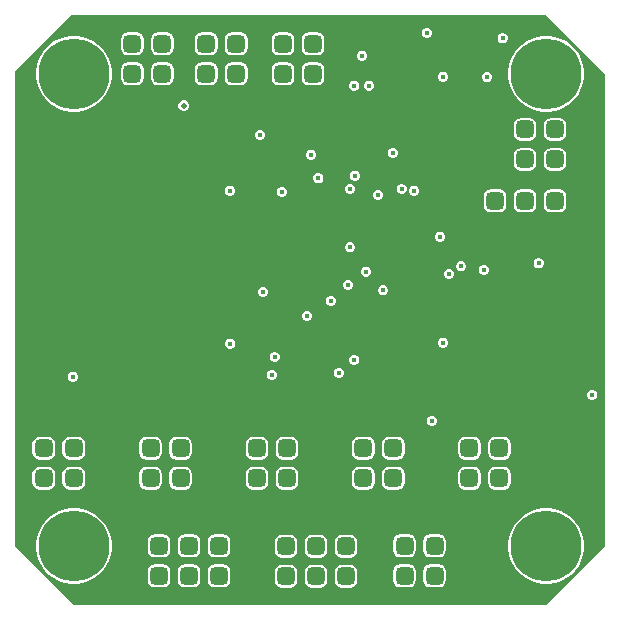
<source format=gbr>
%TF.GenerationSoftware,Altium Limited,Altium Designer,21.5.1 (32)*%
G04 Layer_Physical_Order=3*
G04 Layer_Color=16440176*
%FSLAX45Y45*%
%MOMM*%
%TF.SameCoordinates,06A15EC1-A366-40CD-93CB-9F33A424241D*%
%TF.FilePolarity,Positive*%
%TF.FileFunction,Copper,L3,Inr,Signal*%
%TF.Part,Single*%
G01*
G75*
%TA.AperFunction,ComponentPad*%
G04:AMPARAMS|DCode=42|XSize=1.5mm|YSize=1.5mm|CornerRadius=0.375mm|HoleSize=0mm|Usage=FLASHONLY|Rotation=180.000|XOffset=0mm|YOffset=0mm|HoleType=Round|Shape=RoundedRectangle|*
%AMROUNDEDRECTD42*
21,1,1.50000,0.75000,0,0,180.0*
21,1,0.75000,1.50000,0,0,180.0*
1,1,0.75000,-0.37500,0.37500*
1,1,0.75000,0.37500,0.37500*
1,1,0.75000,0.37500,-0.37500*
1,1,0.75000,-0.37500,-0.37500*
%
%ADD42ROUNDEDRECTD42*%
G04:AMPARAMS|DCode=43|XSize=1.5mm|YSize=1.5mm|CornerRadius=0.375mm|HoleSize=0mm|Usage=FLASHONLY|Rotation=270.000|XOffset=0mm|YOffset=0mm|HoleType=Round|Shape=RoundedRectangle|*
%AMROUNDEDRECTD43*
21,1,1.50000,0.75000,0,0,270.0*
21,1,0.75000,1.50000,0,0,270.0*
1,1,0.75000,-0.37500,-0.37500*
1,1,0.75000,-0.37500,0.37500*
1,1,0.75000,0.37500,0.37500*
1,1,0.75000,0.37500,-0.37500*
%
%ADD43ROUNDEDRECTD43*%
%TA.AperFunction,ViaPad*%
%ADD44C,6.00000*%
%ADD45C,0.45000*%
%ADD46C,0.50000*%
%ADD47C,0.60000*%
G36*
X7100000Y5550000D02*
Y1550000D01*
X6600000Y1050000D01*
X2600000D01*
X2100000Y1550000D01*
Y5575000D01*
X2575000Y6050000D01*
X6600000D01*
X7100000Y5550000D01*
D02*
G37*
%LPC*%
G36*
X5596454Y5935300D02*
X5579546D01*
X5563926Y5928830D01*
X5551970Y5916874D01*
X5545500Y5901254D01*
Y5884346D01*
X5551970Y5868726D01*
X5563926Y5856770D01*
X5579546Y5850300D01*
X5596454D01*
X5612074Y5856770D01*
X5624030Y5868726D01*
X5630500Y5884346D01*
Y5901254D01*
X5624030Y5916874D01*
X5612074Y5928830D01*
X5596454Y5935300D01*
D02*
G37*
G36*
X6238454Y5892500D02*
X6221546D01*
X6205926Y5886030D01*
X6193970Y5874074D01*
X6187500Y5858454D01*
Y5841546D01*
X6193970Y5825926D01*
X6205926Y5813970D01*
X6221546Y5807500D01*
X6238454D01*
X6254074Y5813970D01*
X6266030Y5825926D01*
X6272500Y5841546D01*
Y5858454D01*
X6266030Y5874074D01*
X6254074Y5886030D01*
X6238454Y5892500D01*
D02*
G37*
G36*
X4662500Y5900126D02*
X4587500D01*
X4565065Y5895664D01*
X4546045Y5882955D01*
X4533336Y5863935D01*
X4528874Y5841500D01*
Y5766500D01*
X4533336Y5744065D01*
X4546045Y5725045D01*
X4565065Y5712337D01*
X4587500Y5707874D01*
X4662500D01*
X4684935Y5712337D01*
X4703955Y5725045D01*
X4716663Y5744065D01*
X4721126Y5766500D01*
Y5841500D01*
X4716663Y5863935D01*
X4703955Y5882955D01*
X4684935Y5895664D01*
X4662500Y5900126D01*
D02*
G37*
G36*
X4408500D02*
X4333500D01*
X4311065Y5895664D01*
X4292045Y5882955D01*
X4279336Y5863935D01*
X4274874Y5841500D01*
Y5766500D01*
X4279336Y5744065D01*
X4292045Y5725045D01*
X4311065Y5712337D01*
X4333500Y5707874D01*
X4408500D01*
X4430935Y5712337D01*
X4449955Y5725045D01*
X4462663Y5744065D01*
X4467126Y5766500D01*
Y5841500D01*
X4462663Y5863935D01*
X4449955Y5882955D01*
X4430935Y5895664D01*
X4408500Y5900126D01*
D02*
G37*
G36*
X4012500D02*
X3937500D01*
X3915065Y5895664D01*
X3896045Y5882955D01*
X3883336Y5863935D01*
X3878874Y5841500D01*
Y5766500D01*
X3883336Y5744065D01*
X3896045Y5725045D01*
X3915065Y5712337D01*
X3937500Y5707874D01*
X4012500D01*
X4034935Y5712337D01*
X4053955Y5725045D01*
X4066663Y5744065D01*
X4071126Y5766500D01*
Y5841500D01*
X4066663Y5863935D01*
X4053955Y5882955D01*
X4034935Y5895664D01*
X4012500Y5900126D01*
D02*
G37*
G36*
X3758500D02*
X3683500D01*
X3661065Y5895664D01*
X3642045Y5882955D01*
X3629336Y5863935D01*
X3624874Y5841500D01*
Y5766500D01*
X3629336Y5744065D01*
X3642045Y5725045D01*
X3661065Y5712337D01*
X3683500Y5707874D01*
X3758500D01*
X3780935Y5712337D01*
X3799955Y5725045D01*
X3812663Y5744065D01*
X3817126Y5766500D01*
Y5841500D01*
X3812663Y5863935D01*
X3799955Y5882955D01*
X3780935Y5895664D01*
X3758500Y5900126D01*
D02*
G37*
G36*
X3387500D02*
X3312500D01*
X3290065Y5895664D01*
X3271045Y5882955D01*
X3258336Y5863935D01*
X3253874Y5841500D01*
Y5766500D01*
X3258336Y5744065D01*
X3271045Y5725045D01*
X3290065Y5712337D01*
X3312500Y5707874D01*
X3387500D01*
X3409935Y5712337D01*
X3428955Y5725045D01*
X3441663Y5744065D01*
X3446126Y5766500D01*
Y5841500D01*
X3441663Y5863935D01*
X3428955Y5882955D01*
X3409935Y5895664D01*
X3387500Y5900126D01*
D02*
G37*
G36*
X3133500D02*
X3058500D01*
X3036065Y5895664D01*
X3017045Y5882955D01*
X3004336Y5863935D01*
X2999874Y5841500D01*
Y5766500D01*
X3004336Y5744065D01*
X3017045Y5725045D01*
X3036065Y5712337D01*
X3058500Y5707874D01*
X3133500D01*
X3155935Y5712337D01*
X3174955Y5725045D01*
X3187663Y5744065D01*
X3192126Y5766500D01*
Y5841500D01*
X3187663Y5863935D01*
X3174955Y5882955D01*
X3155935Y5895664D01*
X3133500Y5900126D01*
D02*
G37*
G36*
X5050354Y5744800D02*
X5033446D01*
X5017826Y5738330D01*
X5005870Y5726374D01*
X4999400Y5710754D01*
Y5693846D01*
X5005870Y5678226D01*
X5017826Y5666270D01*
X5033446Y5659800D01*
X5050354D01*
X5065974Y5666270D01*
X5077930Y5678226D01*
X5084400Y5693846D01*
Y5710754D01*
X5077930Y5726374D01*
X5065974Y5738330D01*
X5050354Y5744800D01*
D02*
G37*
G36*
X5733454Y5567500D02*
X5716546D01*
X5700926Y5561030D01*
X5688970Y5549074D01*
X5682500Y5533454D01*
Y5516546D01*
X5688970Y5500926D01*
X5700926Y5488970D01*
X5716546Y5482500D01*
X5733454D01*
X5749074Y5488970D01*
X5761030Y5500926D01*
X5767500Y5516546D01*
Y5533454D01*
X5761030Y5549074D01*
X5749074Y5561030D01*
X5733454Y5567500D01*
D02*
G37*
G36*
X6108454Y5562500D02*
X6091546D01*
X6075926Y5556030D01*
X6063970Y5544074D01*
X6057500Y5528454D01*
Y5511546D01*
X6063970Y5495926D01*
X6075926Y5483970D01*
X6091546Y5477500D01*
X6108454D01*
X6124074Y5483970D01*
X6136030Y5495926D01*
X6142500Y5511546D01*
Y5528454D01*
X6136030Y5544074D01*
X6124074Y5556030D01*
X6108454Y5562500D01*
D02*
G37*
G36*
X4662500Y5646126D02*
X4587500D01*
X4565065Y5641664D01*
X4546045Y5628955D01*
X4533336Y5609935D01*
X4528874Y5587500D01*
Y5512500D01*
X4533336Y5490065D01*
X4546045Y5471045D01*
X4565065Y5458337D01*
X4587500Y5453874D01*
X4662500D01*
X4684935Y5458337D01*
X4703955Y5471045D01*
X4716663Y5490065D01*
X4721126Y5512500D01*
Y5587500D01*
X4716663Y5609935D01*
X4703955Y5628955D01*
X4684935Y5641664D01*
X4662500Y5646126D01*
D02*
G37*
G36*
X4408500D02*
X4333500D01*
X4311065Y5641664D01*
X4292045Y5628955D01*
X4279336Y5609935D01*
X4274874Y5587500D01*
Y5512500D01*
X4279336Y5490065D01*
X4292045Y5471045D01*
X4311065Y5458337D01*
X4333500Y5453874D01*
X4408500D01*
X4430935Y5458337D01*
X4449955Y5471045D01*
X4462663Y5490065D01*
X4467126Y5512500D01*
Y5587500D01*
X4462663Y5609935D01*
X4449955Y5628955D01*
X4430935Y5641664D01*
X4408500Y5646126D01*
D02*
G37*
G36*
X4012500D02*
X3937500D01*
X3915065Y5641664D01*
X3896045Y5628955D01*
X3883336Y5609935D01*
X3878874Y5587500D01*
Y5512500D01*
X3883336Y5490065D01*
X3896045Y5471045D01*
X3915065Y5458337D01*
X3937500Y5453874D01*
X4012500D01*
X4034935Y5458337D01*
X4053955Y5471045D01*
X4066663Y5490065D01*
X4071126Y5512500D01*
Y5587500D01*
X4066663Y5609935D01*
X4053955Y5628955D01*
X4034935Y5641664D01*
X4012500Y5646126D01*
D02*
G37*
G36*
X3758500D02*
X3683500D01*
X3661065Y5641664D01*
X3642045Y5628955D01*
X3629336Y5609935D01*
X3624874Y5587500D01*
Y5512500D01*
X3629336Y5490065D01*
X3642045Y5471045D01*
X3661065Y5458337D01*
X3683500Y5453874D01*
X3758500D01*
X3780935Y5458337D01*
X3799955Y5471045D01*
X3812663Y5490065D01*
X3817126Y5512500D01*
Y5587500D01*
X3812663Y5609935D01*
X3799955Y5628955D01*
X3780935Y5641664D01*
X3758500Y5646126D01*
D02*
G37*
G36*
X3387500D02*
X3312500D01*
X3290065Y5641664D01*
X3271045Y5628955D01*
X3258336Y5609935D01*
X3253874Y5587500D01*
Y5512500D01*
X3258336Y5490065D01*
X3271045Y5471045D01*
X3290065Y5458337D01*
X3312500Y5453874D01*
X3387500D01*
X3409935Y5458337D01*
X3428955Y5471045D01*
X3441663Y5490065D01*
X3446126Y5512500D01*
Y5587500D01*
X3441663Y5609935D01*
X3428955Y5628955D01*
X3409935Y5641664D01*
X3387500Y5646126D01*
D02*
G37*
G36*
X3133500D02*
X3058500D01*
X3036065Y5641664D01*
X3017045Y5628955D01*
X3004336Y5609935D01*
X2999874Y5587500D01*
Y5512500D01*
X3004336Y5490065D01*
X3017045Y5471045D01*
X3036065Y5458337D01*
X3058500Y5453874D01*
X3133500D01*
X3155935Y5458337D01*
X3174955Y5471045D01*
X3187663Y5490065D01*
X3192126Y5512500D01*
Y5587500D01*
X3187663Y5609935D01*
X3174955Y5628955D01*
X3155935Y5641664D01*
X3133500Y5646126D01*
D02*
G37*
G36*
X5108454Y5492500D02*
X5091546D01*
X5075926Y5486030D01*
X5063970Y5474074D01*
X5057500Y5458454D01*
Y5441546D01*
X5063970Y5425926D01*
X5075926Y5413970D01*
X5091546Y5407500D01*
X5108454D01*
X5124074Y5413970D01*
X5136030Y5425926D01*
X5142500Y5441546D01*
Y5458454D01*
X5136030Y5474074D01*
X5124074Y5486030D01*
X5108454Y5492500D01*
D02*
G37*
G36*
X4983454D02*
X4966546D01*
X4950926Y5486030D01*
X4938970Y5474074D01*
X4932500Y5458454D01*
Y5441546D01*
X4938970Y5425926D01*
X4950926Y5413970D01*
X4966546Y5407500D01*
X4983454D01*
X4999074Y5413970D01*
X5011030Y5425926D01*
X5017500Y5441546D01*
Y5458454D01*
X5011030Y5474074D01*
X4999074Y5486030D01*
X4983454Y5492500D01*
D02*
G37*
G36*
X3538951Y5325000D02*
X3521049D01*
X3504510Y5318149D01*
X3491851Y5305491D01*
X3485000Y5288951D01*
Y5271049D01*
X3491851Y5254510D01*
X3504510Y5241851D01*
X3521049Y5235000D01*
X3538951D01*
X3555490Y5241851D01*
X3568149Y5254510D01*
X3575000Y5271049D01*
Y5288951D01*
X3568149Y5305491D01*
X3555490Y5318149D01*
X3538951Y5325000D01*
D02*
G37*
G36*
X6625185Y5870000D02*
X6574815D01*
X6525066Y5862120D01*
X6477163Y5846555D01*
X6432284Y5823688D01*
X6391534Y5794082D01*
X6355918Y5758466D01*
X6326311Y5717716D01*
X6303444Y5672837D01*
X6287879Y5624933D01*
X6280000Y5575184D01*
Y5524815D01*
X6287879Y5475066D01*
X6303444Y5427162D01*
X6326311Y5382283D01*
X6355918Y5341534D01*
X6391534Y5305918D01*
X6432284Y5276311D01*
X6477163Y5253444D01*
X6525066Y5237879D01*
X6574815Y5230000D01*
X6625185D01*
X6674934Y5237879D01*
X6722837Y5253444D01*
X6767716Y5276311D01*
X6808466Y5305918D01*
X6844082Y5341534D01*
X6873689Y5382283D01*
X6896556Y5427162D01*
X6912121Y5475066D01*
X6920000Y5524815D01*
Y5575184D01*
X6912121Y5624933D01*
X6896556Y5672837D01*
X6873689Y5717716D01*
X6844082Y5758466D01*
X6808466Y5794082D01*
X6767716Y5823688D01*
X6722837Y5846555D01*
X6674934Y5862120D01*
X6625185Y5870000D01*
D02*
G37*
G36*
X2625185D02*
X2574816D01*
X2525067Y5862120D01*
X2477163Y5846555D01*
X2432284Y5823688D01*
X2391534Y5794082D01*
X2355918Y5758466D01*
X2326312Y5717716D01*
X2303444Y5672837D01*
X2287880Y5624933D01*
X2280000Y5575184D01*
Y5524815D01*
X2287880Y5475066D01*
X2303444Y5427162D01*
X2326312Y5382283D01*
X2355918Y5341534D01*
X2391534Y5305918D01*
X2432284Y5276311D01*
X2477163Y5253444D01*
X2525067Y5237879D01*
X2574816Y5230000D01*
X2625185D01*
X2674934Y5237879D01*
X2722838Y5253444D01*
X2767717Y5276311D01*
X2808466Y5305918D01*
X2844082Y5341534D01*
X2873689Y5382283D01*
X2896556Y5427162D01*
X2912121Y5475066D01*
X2920000Y5524815D01*
Y5575184D01*
X2912121Y5624933D01*
X2896556Y5672837D01*
X2873689Y5717716D01*
X2844082Y5758466D01*
X2808466Y5794082D01*
X2767717Y5823688D01*
X2722838Y5846555D01*
X2674934Y5862120D01*
X2625185Y5870000D01*
D02*
G37*
G36*
X4186754Y5071700D02*
X4169846D01*
X4154226Y5065230D01*
X4142270Y5053274D01*
X4135800Y5037654D01*
Y5020746D01*
X4142270Y5005126D01*
X4154226Y4993170D01*
X4169846Y4986700D01*
X4186754D01*
X4202374Y4993170D01*
X4214330Y5005126D01*
X4220800Y5020746D01*
Y5037654D01*
X4214330Y5053274D01*
X4202374Y5065230D01*
X4186754Y5071700D01*
D02*
G37*
G36*
X6712500Y5175126D02*
X6637500D01*
X6615065Y5170663D01*
X6596045Y5157954D01*
X6583337Y5138934D01*
X6578874Y5116499D01*
Y5041499D01*
X6583337Y5019064D01*
X6596045Y5000044D01*
X6615065Y4987336D01*
X6637500Y4982873D01*
X6712500D01*
X6734935Y4987336D01*
X6753955Y5000044D01*
X6766664Y5019064D01*
X6771126Y5041499D01*
Y5116499D01*
X6766664Y5138934D01*
X6753955Y5157954D01*
X6734935Y5170663D01*
X6712500Y5175126D01*
D02*
G37*
G36*
X6458500D02*
X6383500D01*
X6361065Y5170663D01*
X6342045Y5157954D01*
X6329337Y5138934D01*
X6324874Y5116499D01*
Y5041499D01*
X6329337Y5019064D01*
X6342045Y5000044D01*
X6361065Y4987336D01*
X6383500Y4982873D01*
X6458500D01*
X6480935Y4987336D01*
X6499955Y5000044D01*
X6512664Y5019064D01*
X6517126Y5041499D01*
Y5116499D01*
X6512664Y5138934D01*
X6499955Y5157954D01*
X6480935Y5170663D01*
X6458500Y5175126D01*
D02*
G37*
G36*
X5308454Y4922500D02*
X5291546D01*
X5275926Y4916030D01*
X5263970Y4904074D01*
X5257500Y4888454D01*
Y4871546D01*
X5263970Y4855926D01*
X5275926Y4843970D01*
X5291546Y4837500D01*
X5308454D01*
X5324074Y4843970D01*
X5336030Y4855926D01*
X5342500Y4871546D01*
Y4888454D01*
X5336030Y4904074D01*
X5324074Y4916030D01*
X5308454Y4922500D01*
D02*
G37*
G36*
X4618554Y4906600D02*
X4601646D01*
X4586026Y4900130D01*
X4574070Y4888174D01*
X4567600Y4872554D01*
Y4855646D01*
X4574070Y4840026D01*
X4586026Y4828070D01*
X4601646Y4821600D01*
X4618554D01*
X4634174Y4828070D01*
X4646130Y4840026D01*
X4652600Y4855646D01*
Y4872554D01*
X4646130Y4888174D01*
X4634174Y4900130D01*
X4618554Y4906600D01*
D02*
G37*
G36*
X6712500Y4921126D02*
X6637500D01*
X6615065Y4916663D01*
X6596045Y4903954D01*
X6583337Y4884934D01*
X6578874Y4862499D01*
Y4787499D01*
X6583337Y4765064D01*
X6596045Y4746044D01*
X6615065Y4733336D01*
X6637500Y4728873D01*
X6712500D01*
X6734935Y4733336D01*
X6753955Y4746044D01*
X6766664Y4765064D01*
X6771126Y4787499D01*
Y4862499D01*
X6766664Y4884934D01*
X6753955Y4903954D01*
X6734935Y4916663D01*
X6712500Y4921126D01*
D02*
G37*
G36*
X6458500D02*
X6383500D01*
X6361065Y4916663D01*
X6342045Y4903954D01*
X6329337Y4884934D01*
X6324874Y4862499D01*
Y4787499D01*
X6329337Y4765064D01*
X6342045Y4746044D01*
X6361065Y4733336D01*
X6383500Y4728873D01*
X6458500D01*
X6480935Y4733336D01*
X6499955Y4746044D01*
X6512664Y4765064D01*
X6517126Y4787499D01*
Y4862499D01*
X6512664Y4884934D01*
X6499955Y4903954D01*
X6480935Y4916663D01*
X6458500Y4921126D01*
D02*
G37*
G36*
X4986854Y4728800D02*
X4969946D01*
X4954326Y4722330D01*
X4942370Y4710374D01*
X4935900Y4694754D01*
Y4677846D01*
X4942370Y4662226D01*
X4954326Y4650270D01*
X4969946Y4643800D01*
X4986854D01*
X5002474Y4650270D01*
X5014430Y4662226D01*
X5020900Y4677846D01*
Y4694754D01*
X5014430Y4710374D01*
X5002474Y4722330D01*
X4986854Y4728800D01*
D02*
G37*
G36*
X4678454Y4707498D02*
X4661546D01*
X4645926Y4701028D01*
X4633970Y4689072D01*
X4627500Y4673452D01*
Y4656545D01*
X4633970Y4640924D01*
X4645926Y4628969D01*
X4661546Y4622499D01*
X4678454D01*
X4694074Y4628969D01*
X4706030Y4640924D01*
X4712500Y4656545D01*
Y4673452D01*
X4706030Y4689072D01*
X4694074Y4701028D01*
X4678454Y4707498D01*
D02*
G37*
G36*
X5383454Y4617500D02*
X5366546D01*
X5350926Y4611030D01*
X5338970Y4599074D01*
X5332500Y4583454D01*
Y4566546D01*
X5338970Y4550926D01*
X5350926Y4538970D01*
X5366546Y4532500D01*
X5383454D01*
X5399074Y4538970D01*
X5411030Y4550926D01*
X5417500Y4566546D01*
Y4583454D01*
X5411030Y4599074D01*
X5399074Y4611030D01*
X5383454Y4617500D01*
D02*
G37*
G36*
X4946355D02*
X4929448D01*
X4913827Y4611030D01*
X4901872Y4599074D01*
X4895402Y4583454D01*
Y4566546D01*
X4901872Y4550926D01*
X4913827Y4538970D01*
X4929448Y4532500D01*
X4946355D01*
X4961976Y4538970D01*
X4973931Y4550926D01*
X4980401Y4566546D01*
Y4583454D01*
X4973931Y4599074D01*
X4961976Y4611030D01*
X4946355Y4617500D01*
D02*
G37*
G36*
X5488454Y4602500D02*
X5471546D01*
X5455926Y4596030D01*
X5443970Y4584074D01*
X5437500Y4568454D01*
Y4551546D01*
X5443970Y4535926D01*
X5455926Y4523970D01*
X5471546Y4517500D01*
X5488454D01*
X5504074Y4523970D01*
X5516030Y4535926D01*
X5522500Y4551546D01*
Y4568454D01*
X5516030Y4584074D01*
X5504074Y4596030D01*
X5488454Y4602500D01*
D02*
G37*
G36*
X3928454D02*
X3911546D01*
X3895926Y4596030D01*
X3883970Y4584074D01*
X3877500Y4568454D01*
Y4551546D01*
X3883970Y4535926D01*
X3895926Y4523970D01*
X3911546Y4517500D01*
X3928454D01*
X3944074Y4523970D01*
X3956030Y4535926D01*
X3962500Y4551546D01*
Y4568454D01*
X3956030Y4584074D01*
X3944074Y4596030D01*
X3928454Y4602500D01*
D02*
G37*
G36*
X4368454Y4592500D02*
X4351546D01*
X4335926Y4586030D01*
X4323970Y4574074D01*
X4317500Y4558454D01*
Y4541546D01*
X4323970Y4525926D01*
X4335926Y4513970D01*
X4351546Y4507500D01*
X4368454D01*
X4384074Y4513970D01*
X4396030Y4525926D01*
X4402500Y4541546D01*
Y4558454D01*
X4396030Y4574074D01*
X4384074Y4586030D01*
X4368454Y4592500D01*
D02*
G37*
G36*
X5183455Y4567499D02*
X5166548D01*
X5150927Y4561028D01*
X5138972Y4549073D01*
X5132502Y4533452D01*
Y4516545D01*
X5138972Y4500925D01*
X5150927Y4488969D01*
X5166548Y4482499D01*
X5183455D01*
X5199075Y4488969D01*
X5211031Y4500925D01*
X5217501Y4516545D01*
Y4533452D01*
X5211031Y4549073D01*
X5199075Y4561028D01*
X5183455Y4567499D01*
D02*
G37*
G36*
X6712500Y4571126D02*
X6637500D01*
X6615065Y4566663D01*
X6596045Y4553955D01*
X6583337Y4534935D01*
X6578874Y4512500D01*
Y4437500D01*
X6583337Y4415065D01*
X6596045Y4396045D01*
X6615065Y4383336D01*
X6637500Y4378874D01*
X6712500D01*
X6734935Y4383336D01*
X6753955Y4396045D01*
X6766664Y4415065D01*
X6771126Y4437500D01*
Y4512500D01*
X6766664Y4534935D01*
X6753955Y4553955D01*
X6734935Y4566663D01*
X6712500Y4571126D01*
D02*
G37*
G36*
X6458500D02*
X6383500D01*
X6361065Y4566663D01*
X6342045Y4553955D01*
X6329337Y4534935D01*
X6324874Y4512500D01*
Y4437500D01*
X6329337Y4415065D01*
X6342045Y4396045D01*
X6361065Y4383336D01*
X6383500Y4378874D01*
X6458500D01*
X6480935Y4383336D01*
X6499955Y4396045D01*
X6512664Y4415065D01*
X6517126Y4437500D01*
Y4512500D01*
X6512664Y4534935D01*
X6499955Y4553955D01*
X6480935Y4566663D01*
X6458500Y4571126D01*
D02*
G37*
G36*
X6204500D02*
X6129500D01*
X6107065Y4566663D01*
X6088045Y4553955D01*
X6075337Y4534935D01*
X6070874Y4512500D01*
Y4437500D01*
X6075337Y4415065D01*
X6088045Y4396045D01*
X6107065Y4383336D01*
X6129500Y4378874D01*
X6204500D01*
X6226935Y4383336D01*
X6245955Y4396045D01*
X6258664Y4415065D01*
X6263126Y4437500D01*
Y4512500D01*
X6258664Y4534935D01*
X6245955Y4553955D01*
X6226935Y4566663D01*
X6204500Y4571126D01*
D02*
G37*
G36*
X5708454Y4212500D02*
X5691546D01*
X5675926Y4206030D01*
X5663970Y4194074D01*
X5657500Y4178454D01*
Y4161546D01*
X5663970Y4145926D01*
X5675926Y4133970D01*
X5691546Y4127500D01*
X5708454D01*
X5724074Y4133970D01*
X5736030Y4145926D01*
X5742500Y4161546D01*
Y4178454D01*
X5736030Y4194074D01*
X5724074Y4206030D01*
X5708454Y4212500D01*
D02*
G37*
G36*
X4948454Y4122500D02*
X4931546D01*
X4915926Y4116030D01*
X4903970Y4104074D01*
X4897500Y4088454D01*
Y4071546D01*
X4903970Y4055926D01*
X4915926Y4043970D01*
X4931546Y4037500D01*
X4948454D01*
X4964074Y4043970D01*
X4976030Y4055926D01*
X4982500Y4071546D01*
Y4088454D01*
X4976030Y4104074D01*
X4964074Y4116030D01*
X4948454Y4122500D01*
D02*
G37*
G36*
X6543454Y3987500D02*
X6526546D01*
X6510926Y3981030D01*
X6498970Y3969074D01*
X6492500Y3953454D01*
Y3936546D01*
X6498970Y3920926D01*
X6510926Y3908970D01*
X6526546Y3902500D01*
X6543454D01*
X6559074Y3908970D01*
X6571030Y3920926D01*
X6577500Y3936546D01*
Y3953454D01*
X6571030Y3969074D01*
X6559074Y3981030D01*
X6543454Y3987500D01*
D02*
G37*
G36*
X5886014Y3961720D02*
X5869106D01*
X5853486Y3955250D01*
X5841530Y3943294D01*
X5835060Y3927674D01*
Y3910766D01*
X5841530Y3895146D01*
X5853486Y3883190D01*
X5869106Y3876720D01*
X5886014D01*
X5901634Y3883190D01*
X5913590Y3895146D01*
X5920060Y3910766D01*
Y3927674D01*
X5913590Y3943294D01*
X5901634Y3955250D01*
X5886014Y3961720D01*
D02*
G37*
G36*
X6078454Y3932500D02*
X6061546D01*
X6045926Y3926030D01*
X6033970Y3914074D01*
X6027500Y3898454D01*
Y3881546D01*
X6033970Y3865926D01*
X6045926Y3853970D01*
X6061546Y3847500D01*
X6078454D01*
X6094074Y3853970D01*
X6106030Y3865926D01*
X6112500Y3881546D01*
Y3898454D01*
X6106030Y3914074D01*
X6094074Y3926030D01*
X6078454Y3932500D01*
D02*
G37*
G36*
X5083454Y3917500D02*
X5066546D01*
X5050926Y3911030D01*
X5038970Y3899074D01*
X5032500Y3883454D01*
Y3866546D01*
X5038970Y3850926D01*
X5050926Y3838970D01*
X5066546Y3832500D01*
X5083454D01*
X5099074Y3838970D01*
X5111030Y3850926D01*
X5117500Y3866546D01*
Y3883454D01*
X5111030Y3899074D01*
X5099074Y3911030D01*
X5083454Y3917500D01*
D02*
G37*
G36*
X5783454Y3895399D02*
X5766546D01*
X5750926Y3888929D01*
X5738970Y3876974D01*
X5732500Y3861353D01*
Y3844446D01*
X5738970Y3828825D01*
X5750926Y3816870D01*
X5766546Y3810400D01*
X5783454D01*
X5799074Y3816870D01*
X5811030Y3828825D01*
X5817500Y3844446D01*
Y3861353D01*
X5811030Y3876974D01*
X5799074Y3888929D01*
X5783454Y3895399D01*
D02*
G37*
G36*
X4928454Y3802500D02*
X4911546D01*
X4895926Y3796030D01*
X4883970Y3784074D01*
X4877500Y3768454D01*
Y3751546D01*
X4883970Y3735926D01*
X4895926Y3723970D01*
X4911546Y3717500D01*
X4928454D01*
X4944074Y3723970D01*
X4956030Y3735926D01*
X4962500Y3751546D01*
Y3768454D01*
X4956030Y3784074D01*
X4944074Y3796030D01*
X4928454Y3802500D01*
D02*
G37*
G36*
X5224322Y3758368D02*
X5207415D01*
X5191794Y3751898D01*
X5179839Y3739942D01*
X5173369Y3724322D01*
Y3707415D01*
X5179839Y3691794D01*
X5191794Y3679839D01*
X5207415Y3673369D01*
X5224322D01*
X5239943Y3679839D01*
X5251898Y3691794D01*
X5258368Y3707415D01*
Y3724322D01*
X5251898Y3739942D01*
X5239943Y3751898D01*
X5224322Y3758368D01*
D02*
G37*
G36*
X4208454Y3742500D02*
X4191546D01*
X4175926Y3736030D01*
X4163970Y3724074D01*
X4157500Y3708454D01*
Y3691546D01*
X4163970Y3675926D01*
X4175926Y3663970D01*
X4191546Y3657500D01*
X4208454D01*
X4224074Y3663970D01*
X4236030Y3675926D01*
X4242500Y3691546D01*
Y3708454D01*
X4236030Y3724074D01*
X4224074Y3736030D01*
X4208454Y3742500D01*
D02*
G37*
G36*
X4783454Y3667500D02*
X4766546D01*
X4750926Y3661030D01*
X4738970Y3649074D01*
X4732500Y3633454D01*
Y3616546D01*
X4738970Y3600926D01*
X4750926Y3588970D01*
X4766546Y3582500D01*
X4783454D01*
X4799074Y3588970D01*
X4811030Y3600926D01*
X4817500Y3616546D01*
Y3633454D01*
X4811030Y3649074D01*
X4799074Y3661030D01*
X4783454Y3667500D01*
D02*
G37*
G36*
X4583454Y3542500D02*
X4566546D01*
X4550926Y3536030D01*
X4538970Y3524074D01*
X4532500Y3508454D01*
Y3491546D01*
X4538970Y3475926D01*
X4550926Y3463970D01*
X4566546Y3457500D01*
X4583454D01*
X4599074Y3463970D01*
X4611030Y3475926D01*
X4617500Y3491546D01*
Y3508454D01*
X4611030Y3524074D01*
X4599074Y3536030D01*
X4583454Y3542500D01*
D02*
G37*
G36*
X5735554Y3315400D02*
X5718646D01*
X5703026Y3308930D01*
X5691070Y3296974D01*
X5684600Y3281354D01*
Y3264446D01*
X5691070Y3248826D01*
X5703026Y3236870D01*
X5718646Y3230400D01*
X5735554D01*
X5751174Y3236870D01*
X5763130Y3248826D01*
X5769600Y3264446D01*
Y3281354D01*
X5763130Y3296974D01*
X5751174Y3308930D01*
X5735554Y3315400D01*
D02*
G37*
G36*
X3933455Y3307501D02*
X3916548D01*
X3900927Y3301031D01*
X3888972Y3289076D01*
X3882502Y3273455D01*
Y3256548D01*
X3888972Y3240927D01*
X3900927Y3228972D01*
X3916548Y3222502D01*
X3933455D01*
X3949076Y3228972D01*
X3961031Y3240927D01*
X3967501Y3256548D01*
Y3273455D01*
X3961031Y3289076D01*
X3949076Y3301031D01*
X3933455Y3307501D01*
D02*
G37*
G36*
X4308454Y3192500D02*
X4291546D01*
X4275926Y3186030D01*
X4263970Y3174074D01*
X4257500Y3158454D01*
Y3141546D01*
X4263970Y3125926D01*
X4275926Y3113970D01*
X4291546Y3107500D01*
X4308454D01*
X4324074Y3113970D01*
X4336030Y3125926D01*
X4342500Y3141546D01*
Y3158454D01*
X4336030Y3174074D01*
X4324074Y3186030D01*
X4308454Y3192500D01*
D02*
G37*
G36*
X4983454Y3167500D02*
X4966546D01*
X4950926Y3161030D01*
X4938970Y3149074D01*
X4932500Y3133454D01*
Y3116546D01*
X4938970Y3100926D01*
X4950926Y3088970D01*
X4966546Y3082500D01*
X4983454D01*
X4999074Y3088970D01*
X5011030Y3100926D01*
X5017500Y3116546D01*
Y3133454D01*
X5011030Y3149074D01*
X4999074Y3161030D01*
X4983454Y3167500D01*
D02*
G37*
G36*
X4850739Y3056914D02*
X4833831D01*
X4818211Y3050444D01*
X4806255Y3038488D01*
X4799785Y3022868D01*
Y3005960D01*
X4806255Y2990340D01*
X4818211Y2978384D01*
X4833831Y2971914D01*
X4850739D01*
X4866359Y2978384D01*
X4878315Y2990340D01*
X4884785Y3005960D01*
Y3022868D01*
X4878315Y3038488D01*
X4866359Y3050444D01*
X4850739Y3056914D01*
D02*
G37*
G36*
X4283454Y3042500D02*
X4266546D01*
X4250926Y3036030D01*
X4238970Y3024074D01*
X4232500Y3008454D01*
Y2991546D01*
X4238970Y2975926D01*
X4250926Y2963970D01*
X4266546Y2957500D01*
X4283454D01*
X4299074Y2963970D01*
X4311030Y2975926D01*
X4317500Y2991546D01*
Y3008454D01*
X4311030Y3024074D01*
X4299074Y3036030D01*
X4283454Y3042500D01*
D02*
G37*
G36*
X2599254Y3027000D02*
X2582346D01*
X2566726Y3020530D01*
X2554770Y3008574D01*
X2548300Y2992954D01*
Y2976046D01*
X2554770Y2960426D01*
X2566726Y2948470D01*
X2582346Y2942000D01*
X2599254D01*
X2614874Y2948470D01*
X2626830Y2960426D01*
X2633300Y2976046D01*
Y2992954D01*
X2626830Y3008574D01*
X2614874Y3020530D01*
X2599254Y3027000D01*
D02*
G37*
G36*
X6998454Y2872500D02*
X6981546D01*
X6965926Y2866030D01*
X6953970Y2854074D01*
X6947500Y2838454D01*
Y2821546D01*
X6953970Y2805926D01*
X6965926Y2793970D01*
X6981546Y2787500D01*
X6998454D01*
X7014074Y2793970D01*
X7026030Y2805926D01*
X7032500Y2821546D01*
Y2838454D01*
X7026030Y2854074D01*
X7014074Y2866030D01*
X6998454Y2872500D01*
D02*
G37*
G36*
X5638454Y2652500D02*
X5621546D01*
X5605926Y2646030D01*
X5593970Y2634074D01*
X5587500Y2618454D01*
Y2601546D01*
X5593970Y2585926D01*
X5605926Y2573970D01*
X5621546Y2567500D01*
X5638454D01*
X5654074Y2573970D01*
X5666030Y2585926D01*
X5672500Y2601546D01*
Y2618454D01*
X5666030Y2634074D01*
X5654074Y2646030D01*
X5638454Y2652500D01*
D02*
G37*
G36*
X6241499Y2475126D02*
X6166499D01*
X6144064Y2470664D01*
X6125044Y2457955D01*
X6112335Y2438935D01*
X6107872Y2416500D01*
Y2341500D01*
X6112335Y2319065D01*
X6125044Y2300045D01*
X6144064Y2287337D01*
X6166499Y2282874D01*
X6241499D01*
X6263934Y2287337D01*
X6282954Y2300045D01*
X6295662Y2319065D01*
X6300125Y2341500D01*
Y2416500D01*
X6295662Y2438935D01*
X6282954Y2457955D01*
X6263934Y2470664D01*
X6241499Y2475126D01*
D02*
G37*
G36*
X5987499D02*
X5912499D01*
X5890064Y2470664D01*
X5871044Y2457955D01*
X5858335Y2438935D01*
X5853872Y2416500D01*
Y2341500D01*
X5858335Y2319065D01*
X5871044Y2300045D01*
X5890064Y2287337D01*
X5912499Y2282874D01*
X5987499D01*
X6009934Y2287337D01*
X6028954Y2300045D01*
X6041662Y2319065D01*
X6046125Y2341500D01*
Y2416500D01*
X6041662Y2438935D01*
X6028954Y2457955D01*
X6009934Y2470664D01*
X5987499Y2475126D01*
D02*
G37*
G36*
X5341499D02*
X5266499D01*
X5244064Y2470664D01*
X5225044Y2457955D01*
X5212335Y2438935D01*
X5207872Y2416500D01*
Y2341500D01*
X5212335Y2319065D01*
X5225044Y2300045D01*
X5244064Y2287337D01*
X5266499Y2282874D01*
X5341499D01*
X5363934Y2287337D01*
X5382954Y2300045D01*
X5395662Y2319065D01*
X5400125Y2341500D01*
Y2416500D01*
X5395662Y2438935D01*
X5382954Y2457955D01*
X5363934Y2470664D01*
X5341499Y2475126D01*
D02*
G37*
G36*
X5087499D02*
X5012499D01*
X4990064Y2470664D01*
X4971044Y2457955D01*
X4958335Y2438935D01*
X4953872Y2416500D01*
Y2341500D01*
X4958335Y2319065D01*
X4971044Y2300045D01*
X4990064Y2287337D01*
X5012499Y2282874D01*
X5087499D01*
X5109934Y2287337D01*
X5128954Y2300045D01*
X5141662Y2319065D01*
X5146125Y2341500D01*
Y2416500D01*
X5141662Y2438935D01*
X5128954Y2457955D01*
X5109934Y2470664D01*
X5087499Y2475126D01*
D02*
G37*
G36*
X4441499D02*
X4366499D01*
X4344064Y2470664D01*
X4325044Y2457955D01*
X4312336Y2438935D01*
X4307873Y2416500D01*
Y2341500D01*
X4312336Y2319065D01*
X4325044Y2300045D01*
X4344064Y2287337D01*
X4366499Y2282874D01*
X4441499D01*
X4463934Y2287337D01*
X4482954Y2300045D01*
X4495663Y2319065D01*
X4500125Y2341500D01*
Y2416500D01*
X4495663Y2438935D01*
X4482954Y2457955D01*
X4463934Y2470664D01*
X4441499Y2475126D01*
D02*
G37*
G36*
X4187499D02*
X4112499D01*
X4090064Y2470664D01*
X4071044Y2457955D01*
X4058336Y2438935D01*
X4053873Y2416500D01*
Y2341500D01*
X4058336Y2319065D01*
X4071044Y2300045D01*
X4090064Y2287337D01*
X4112499Y2282874D01*
X4187499D01*
X4209934Y2287337D01*
X4228954Y2300045D01*
X4241663Y2319065D01*
X4246125Y2341500D01*
Y2416500D01*
X4241663Y2438935D01*
X4228954Y2457955D01*
X4209934Y2470664D01*
X4187499Y2475126D01*
D02*
G37*
G36*
X3541499D02*
X3466500D01*
X3444064Y2470664D01*
X3425044Y2457955D01*
X3412336Y2438935D01*
X3407873Y2416500D01*
Y2341500D01*
X3412336Y2319065D01*
X3425044Y2300045D01*
X3444064Y2287337D01*
X3466500Y2282874D01*
X3541499D01*
X3563934Y2287337D01*
X3582954Y2300045D01*
X3595663Y2319065D01*
X3600126Y2341500D01*
Y2416500D01*
X3595663Y2438935D01*
X3582954Y2457955D01*
X3563934Y2470664D01*
X3541499Y2475126D01*
D02*
G37*
G36*
X3287499D02*
X3212500D01*
X3190064Y2470664D01*
X3171044Y2457955D01*
X3158336Y2438935D01*
X3153873Y2416500D01*
Y2341500D01*
X3158336Y2319065D01*
X3171044Y2300045D01*
X3190064Y2287337D01*
X3212500Y2282874D01*
X3287499D01*
X3309934Y2287337D01*
X3328954Y2300045D01*
X3341663Y2319065D01*
X3346126Y2341500D01*
Y2416500D01*
X3341663Y2438935D01*
X3328954Y2457955D01*
X3309934Y2470664D01*
X3287499Y2475126D01*
D02*
G37*
G36*
X2637500D02*
X2562500D01*
X2540065Y2470664D01*
X2521045Y2457955D01*
X2508336Y2438935D01*
X2503874Y2416500D01*
Y2341500D01*
X2508336Y2319065D01*
X2521045Y2300045D01*
X2540065Y2287337D01*
X2562500Y2282874D01*
X2637500D01*
X2659935Y2287337D01*
X2678955Y2300045D01*
X2691663Y2319065D01*
X2696126Y2341500D01*
Y2416500D01*
X2691663Y2438935D01*
X2678955Y2457955D01*
X2659935Y2470664D01*
X2637500Y2475126D01*
D02*
G37*
G36*
X2383500D02*
X2308500D01*
X2286065Y2470664D01*
X2267045Y2457955D01*
X2254336Y2438935D01*
X2249874Y2416500D01*
Y2341500D01*
X2254336Y2319065D01*
X2267045Y2300045D01*
X2286065Y2287337D01*
X2308500Y2282874D01*
X2383500D01*
X2405935Y2287337D01*
X2424955Y2300045D01*
X2437663Y2319065D01*
X2442126Y2341500D01*
Y2416500D01*
X2437663Y2438935D01*
X2424955Y2457955D01*
X2405935Y2470664D01*
X2383500Y2475126D01*
D02*
G37*
G36*
X6241499Y2221126D02*
X6166499D01*
X6144064Y2216664D01*
X6125044Y2203955D01*
X6112335Y2184935D01*
X6107872Y2162500D01*
Y2087500D01*
X6112335Y2065065D01*
X6125044Y2046045D01*
X6144064Y2033337D01*
X6166499Y2028874D01*
X6241499D01*
X6263934Y2033337D01*
X6282954Y2046045D01*
X6295662Y2065065D01*
X6300125Y2087500D01*
Y2162500D01*
X6295662Y2184935D01*
X6282954Y2203955D01*
X6263934Y2216664D01*
X6241499Y2221126D01*
D02*
G37*
G36*
X5987499D02*
X5912499D01*
X5890064Y2216664D01*
X5871044Y2203955D01*
X5858335Y2184935D01*
X5853872Y2162500D01*
Y2087500D01*
X5858335Y2065065D01*
X5871044Y2046045D01*
X5890064Y2033337D01*
X5912499Y2028874D01*
X5987499D01*
X6009934Y2033337D01*
X6028954Y2046045D01*
X6041662Y2065065D01*
X6046125Y2087500D01*
Y2162500D01*
X6041662Y2184935D01*
X6028954Y2203955D01*
X6009934Y2216664D01*
X5987499Y2221126D01*
D02*
G37*
G36*
X5341499D02*
X5266499D01*
X5244064Y2216664D01*
X5225044Y2203955D01*
X5212335Y2184935D01*
X5207872Y2162500D01*
Y2087500D01*
X5212335Y2065065D01*
X5225044Y2046045D01*
X5244064Y2033337D01*
X5266499Y2028874D01*
X5341499D01*
X5363934Y2033337D01*
X5382954Y2046045D01*
X5395662Y2065065D01*
X5400125Y2087500D01*
Y2162500D01*
X5395662Y2184935D01*
X5382954Y2203955D01*
X5363934Y2216664D01*
X5341499Y2221126D01*
D02*
G37*
G36*
X5087499D02*
X5012499D01*
X4990064Y2216664D01*
X4971044Y2203955D01*
X4958335Y2184935D01*
X4953872Y2162500D01*
Y2087500D01*
X4958335Y2065065D01*
X4971044Y2046045D01*
X4990064Y2033337D01*
X5012499Y2028874D01*
X5087499D01*
X5109934Y2033337D01*
X5128954Y2046045D01*
X5141662Y2065065D01*
X5146125Y2087500D01*
Y2162500D01*
X5141662Y2184935D01*
X5128954Y2203955D01*
X5109934Y2216664D01*
X5087499Y2221126D01*
D02*
G37*
G36*
X4441499D02*
X4366499D01*
X4344064Y2216664D01*
X4325044Y2203955D01*
X4312336Y2184935D01*
X4307873Y2162500D01*
Y2087500D01*
X4312336Y2065065D01*
X4325044Y2046045D01*
X4344064Y2033337D01*
X4366499Y2028874D01*
X4441499D01*
X4463934Y2033337D01*
X4482954Y2046045D01*
X4495663Y2065065D01*
X4500125Y2087500D01*
Y2162500D01*
X4495663Y2184935D01*
X4482954Y2203955D01*
X4463934Y2216664D01*
X4441499Y2221126D01*
D02*
G37*
G36*
X4187499D02*
X4112499D01*
X4090064Y2216664D01*
X4071044Y2203955D01*
X4058336Y2184935D01*
X4053873Y2162500D01*
Y2087500D01*
X4058336Y2065065D01*
X4071044Y2046045D01*
X4090064Y2033337D01*
X4112499Y2028874D01*
X4187499D01*
X4209934Y2033337D01*
X4228954Y2046045D01*
X4241663Y2065065D01*
X4246125Y2087500D01*
Y2162500D01*
X4241663Y2184935D01*
X4228954Y2203955D01*
X4209934Y2216664D01*
X4187499Y2221126D01*
D02*
G37*
G36*
X3541499D02*
X3466500D01*
X3444064Y2216664D01*
X3425044Y2203955D01*
X3412336Y2184935D01*
X3407873Y2162500D01*
Y2087500D01*
X3412336Y2065065D01*
X3425044Y2046045D01*
X3444064Y2033337D01*
X3466500Y2028874D01*
X3541499D01*
X3563934Y2033337D01*
X3582954Y2046045D01*
X3595663Y2065065D01*
X3600126Y2087500D01*
Y2162500D01*
X3595663Y2184935D01*
X3582954Y2203955D01*
X3563934Y2216664D01*
X3541499Y2221126D01*
D02*
G37*
G36*
X3287499D02*
X3212500D01*
X3190064Y2216664D01*
X3171044Y2203955D01*
X3158336Y2184935D01*
X3153873Y2162500D01*
Y2087500D01*
X3158336Y2065065D01*
X3171044Y2046045D01*
X3190064Y2033337D01*
X3212500Y2028874D01*
X3287499D01*
X3309934Y2033337D01*
X3328954Y2046045D01*
X3341663Y2065065D01*
X3346126Y2087500D01*
Y2162500D01*
X3341663Y2184935D01*
X3328954Y2203955D01*
X3309934Y2216664D01*
X3287499Y2221126D01*
D02*
G37*
G36*
X2637500D02*
X2562500D01*
X2540065Y2216664D01*
X2521045Y2203955D01*
X2508336Y2184935D01*
X2503874Y2162500D01*
Y2087500D01*
X2508336Y2065065D01*
X2521045Y2046045D01*
X2540065Y2033337D01*
X2562500Y2028874D01*
X2637500D01*
X2659935Y2033337D01*
X2678955Y2046045D01*
X2691663Y2065065D01*
X2696126Y2087500D01*
Y2162500D01*
X2691663Y2184935D01*
X2678955Y2203955D01*
X2659935Y2216664D01*
X2637500Y2221126D01*
D02*
G37*
G36*
X2383500D02*
X2308500D01*
X2286065Y2216664D01*
X2267045Y2203955D01*
X2254336Y2184935D01*
X2249874Y2162500D01*
Y2087500D01*
X2254336Y2065065D01*
X2267045Y2046045D01*
X2286065Y2033337D01*
X2308500Y2028874D01*
X2383500D01*
X2405935Y2033337D01*
X2424955Y2046045D01*
X2437663Y2065065D01*
X2442126Y2087500D01*
Y2162500D01*
X2437663Y2184935D01*
X2424955Y2203955D01*
X2405935Y2216664D01*
X2383500Y2221126D01*
D02*
G37*
G36*
X5691500Y1650126D02*
X5616500D01*
X5594065Y1645663D01*
X5575045Y1632955D01*
X5562337Y1613935D01*
X5557874Y1591500D01*
Y1516500D01*
X5562337Y1494065D01*
X5575045Y1475045D01*
X5594065Y1462336D01*
X5616500Y1457874D01*
X5691500D01*
X5713935Y1462336D01*
X5732955Y1475045D01*
X5745664Y1494065D01*
X5750126Y1516500D01*
Y1591500D01*
X5745664Y1613935D01*
X5732955Y1632955D01*
X5713935Y1645663D01*
X5691500Y1650126D01*
D02*
G37*
G36*
X5437500D02*
X5362500D01*
X5340065Y1645663D01*
X5321045Y1632955D01*
X5308337Y1613935D01*
X5303874Y1591500D01*
Y1516500D01*
X5308337Y1494065D01*
X5321045Y1475045D01*
X5340065Y1462336D01*
X5362500Y1457874D01*
X5437500D01*
X5459935Y1462336D01*
X5478955Y1475045D01*
X5491664Y1494065D01*
X5496126Y1516500D01*
Y1591500D01*
X5491664Y1613935D01*
X5478955Y1632955D01*
X5459935Y1645663D01*
X5437500Y1650126D01*
D02*
G37*
G36*
X3866500D02*
X3791500D01*
X3769065Y1645663D01*
X3750045Y1632955D01*
X3737336Y1613935D01*
X3732874Y1591500D01*
Y1516500D01*
X3737336Y1494065D01*
X3750045Y1475045D01*
X3769065Y1462336D01*
X3791500Y1457874D01*
X3866500D01*
X3888935Y1462336D01*
X3907955Y1475045D01*
X3920663Y1494065D01*
X3925126Y1516500D01*
Y1591500D01*
X3920663Y1613935D01*
X3907955Y1632955D01*
X3888935Y1645663D01*
X3866500Y1650126D01*
D02*
G37*
G36*
X3612500D02*
X3537500D01*
X3515065Y1645663D01*
X3496045Y1632955D01*
X3483336Y1613935D01*
X3478874Y1591500D01*
Y1516500D01*
X3483336Y1494065D01*
X3496045Y1475045D01*
X3515065Y1462336D01*
X3537500Y1457874D01*
X3612500D01*
X3634935Y1462336D01*
X3653955Y1475045D01*
X3666663Y1494065D01*
X3671126Y1516500D01*
Y1591500D01*
X3666663Y1613935D01*
X3653955Y1632955D01*
X3634935Y1645663D01*
X3612500Y1650126D01*
D02*
G37*
G36*
X3358500D02*
X3283500D01*
X3261065Y1645663D01*
X3242045Y1632955D01*
X3229336Y1613935D01*
X3224874Y1591500D01*
Y1516500D01*
X3229336Y1494065D01*
X3242045Y1475045D01*
X3261065Y1462336D01*
X3283500Y1457874D01*
X3358500D01*
X3380935Y1462336D01*
X3399955Y1475045D01*
X3412663Y1494065D01*
X3417126Y1516500D01*
Y1591500D01*
X3412663Y1613935D01*
X3399955Y1632955D01*
X3380935Y1645663D01*
X3358500Y1650126D01*
D02*
G37*
G36*
X4941500Y1646126D02*
X4866500D01*
X4844065Y1641663D01*
X4825045Y1628955D01*
X4812337Y1609935D01*
X4807874Y1587500D01*
Y1512500D01*
X4812337Y1490065D01*
X4825045Y1471045D01*
X4844065Y1458336D01*
X4866500Y1453874D01*
X4941500D01*
X4963935Y1458336D01*
X4982955Y1471045D01*
X4995664Y1490065D01*
X5000126Y1512500D01*
Y1587500D01*
X4995664Y1609935D01*
X4982955Y1628955D01*
X4963935Y1641663D01*
X4941500Y1646126D01*
D02*
G37*
G36*
X4687500D02*
X4612500D01*
X4590065Y1641663D01*
X4571045Y1628955D01*
X4558337Y1609935D01*
X4553874Y1587500D01*
Y1512500D01*
X4558337Y1490065D01*
X4571045Y1471045D01*
X4590065Y1458336D01*
X4612500Y1453874D01*
X4687500D01*
X4709935Y1458336D01*
X4728955Y1471045D01*
X4741664Y1490065D01*
X4746126Y1512500D01*
Y1587500D01*
X4741664Y1609935D01*
X4728955Y1628955D01*
X4709935Y1641663D01*
X4687500Y1646126D01*
D02*
G37*
G36*
X4433500D02*
X4358500D01*
X4336065Y1641663D01*
X4317045Y1628955D01*
X4304337Y1609935D01*
X4299874Y1587500D01*
Y1512500D01*
X4304337Y1490065D01*
X4317045Y1471045D01*
X4336065Y1458336D01*
X4358500Y1453874D01*
X4433500D01*
X4455935Y1458336D01*
X4474955Y1471045D01*
X4487664Y1490065D01*
X4492126Y1512500D01*
Y1587500D01*
X4487664Y1609935D01*
X4474955Y1628955D01*
X4455935Y1641663D01*
X4433500Y1646126D01*
D02*
G37*
G36*
X6625185Y1870000D02*
X6574815D01*
X6525066Y1862120D01*
X6477163Y1846556D01*
X6432284Y1823689D01*
X6391534Y1794082D01*
X6355918Y1758466D01*
X6326311Y1717716D01*
X6303444Y1672837D01*
X6287879Y1624934D01*
X6280000Y1575185D01*
Y1524815D01*
X6287879Y1475066D01*
X6303444Y1427163D01*
X6326311Y1382283D01*
X6355918Y1341534D01*
X6391534Y1305918D01*
X6432284Y1276311D01*
X6477163Y1253444D01*
X6525066Y1237879D01*
X6574815Y1230000D01*
X6625185D01*
X6674934Y1237879D01*
X6722837Y1253444D01*
X6767716Y1276311D01*
X6808466Y1305918D01*
X6844082Y1341534D01*
X6873689Y1382283D01*
X6896556Y1427163D01*
X6912121Y1475066D01*
X6920000Y1524815D01*
Y1575185D01*
X6912121Y1624934D01*
X6896556Y1672837D01*
X6873689Y1717716D01*
X6844082Y1758466D01*
X6808466Y1794082D01*
X6767716Y1823689D01*
X6722837Y1846556D01*
X6674934Y1862120D01*
X6625185Y1870000D01*
D02*
G37*
G36*
X2625185D02*
X2574816D01*
X2525067Y1862120D01*
X2477163Y1846556D01*
X2432284Y1823689D01*
X2391534Y1794082D01*
X2355918Y1758466D01*
X2326312Y1717716D01*
X2303444Y1672837D01*
X2287880Y1624934D01*
X2280000Y1575185D01*
Y1524815D01*
X2287880Y1475066D01*
X2303444Y1427163D01*
X2326312Y1382283D01*
X2355918Y1341534D01*
X2391534Y1305918D01*
X2432284Y1276311D01*
X2477163Y1253444D01*
X2525067Y1237879D01*
X2574816Y1230000D01*
X2625185D01*
X2674934Y1237879D01*
X2722838Y1253444D01*
X2767717Y1276311D01*
X2808466Y1305918D01*
X2844082Y1341534D01*
X2873689Y1382283D01*
X2896556Y1427163D01*
X2912121Y1475066D01*
X2920000Y1524815D01*
Y1575185D01*
X2912121Y1624934D01*
X2896556Y1672837D01*
X2873689Y1717716D01*
X2844082Y1758466D01*
X2808466Y1794082D01*
X2767717Y1823689D01*
X2722838Y1846556D01*
X2674934Y1862120D01*
X2625185Y1870000D01*
D02*
G37*
G36*
X5691500Y1396126D02*
X5616500D01*
X5594065Y1391663D01*
X5575045Y1378955D01*
X5562337Y1359935D01*
X5557874Y1337500D01*
Y1262500D01*
X5562337Y1240065D01*
X5575045Y1221045D01*
X5594065Y1208336D01*
X5616500Y1203874D01*
X5691500D01*
X5713935Y1208336D01*
X5732955Y1221045D01*
X5745664Y1240065D01*
X5750126Y1262500D01*
Y1337500D01*
X5745664Y1359935D01*
X5732955Y1378955D01*
X5713935Y1391663D01*
X5691500Y1396126D01*
D02*
G37*
G36*
X5437500D02*
X5362500D01*
X5340065Y1391663D01*
X5321045Y1378955D01*
X5308337Y1359935D01*
X5303874Y1337500D01*
Y1262500D01*
X5308337Y1240065D01*
X5321045Y1221045D01*
X5340065Y1208336D01*
X5362500Y1203874D01*
X5437500D01*
X5459935Y1208336D01*
X5478955Y1221045D01*
X5491664Y1240065D01*
X5496126Y1262500D01*
Y1337500D01*
X5491664Y1359935D01*
X5478955Y1378955D01*
X5459935Y1391663D01*
X5437500Y1396126D01*
D02*
G37*
G36*
X3866500D02*
X3791500D01*
X3769065Y1391663D01*
X3750045Y1378955D01*
X3737336Y1359935D01*
X3732874Y1337500D01*
Y1262500D01*
X3737336Y1240065D01*
X3750045Y1221045D01*
X3769065Y1208336D01*
X3791500Y1203874D01*
X3866500D01*
X3888935Y1208336D01*
X3907955Y1221045D01*
X3920663Y1240065D01*
X3925126Y1262500D01*
Y1337500D01*
X3920663Y1359935D01*
X3907955Y1378955D01*
X3888935Y1391663D01*
X3866500Y1396126D01*
D02*
G37*
G36*
X3612500D02*
X3537500D01*
X3515065Y1391663D01*
X3496045Y1378955D01*
X3483336Y1359935D01*
X3478874Y1337500D01*
Y1262500D01*
X3483336Y1240065D01*
X3496045Y1221045D01*
X3515065Y1208336D01*
X3537500Y1203874D01*
X3612500D01*
X3634935Y1208336D01*
X3653955Y1221045D01*
X3666663Y1240065D01*
X3671126Y1262500D01*
Y1337500D01*
X3666663Y1359935D01*
X3653955Y1378955D01*
X3634935Y1391663D01*
X3612500Y1396126D01*
D02*
G37*
G36*
X3358500D02*
X3283500D01*
X3261065Y1391663D01*
X3242045Y1378955D01*
X3229336Y1359935D01*
X3224874Y1337500D01*
Y1262500D01*
X3229336Y1240065D01*
X3242045Y1221045D01*
X3261065Y1208336D01*
X3283500Y1203874D01*
X3358500D01*
X3380935Y1208336D01*
X3399955Y1221045D01*
X3412663Y1240065D01*
X3417126Y1262500D01*
Y1337500D01*
X3412663Y1359935D01*
X3399955Y1378955D01*
X3380935Y1391663D01*
X3358500Y1396126D01*
D02*
G37*
G36*
X4941500Y1392126D02*
X4866500D01*
X4844065Y1387663D01*
X4825045Y1374955D01*
X4812337Y1355935D01*
X4807874Y1333500D01*
Y1258500D01*
X4812337Y1236065D01*
X4825045Y1217045D01*
X4844065Y1204336D01*
X4866500Y1199874D01*
X4941500D01*
X4963935Y1204336D01*
X4982955Y1217045D01*
X4995664Y1236065D01*
X5000126Y1258500D01*
Y1333500D01*
X4995664Y1355935D01*
X4982955Y1374955D01*
X4963935Y1387663D01*
X4941500Y1392126D01*
D02*
G37*
G36*
X4687500D02*
X4612500D01*
X4590065Y1387663D01*
X4571045Y1374955D01*
X4558337Y1355935D01*
X4553874Y1333500D01*
Y1258500D01*
X4558337Y1236065D01*
X4571045Y1217045D01*
X4590065Y1204336D01*
X4612500Y1199874D01*
X4687500D01*
X4709935Y1204336D01*
X4728955Y1217045D01*
X4741664Y1236065D01*
X4746126Y1258500D01*
Y1333500D01*
X4741664Y1355935D01*
X4728955Y1374955D01*
X4709935Y1387663D01*
X4687500Y1392126D01*
D02*
G37*
G36*
X4433500D02*
X4358500D01*
X4336065Y1387663D01*
X4317045Y1374955D01*
X4304337Y1355935D01*
X4299874Y1333500D01*
Y1258500D01*
X4304337Y1236065D01*
X4317045Y1217045D01*
X4336065Y1204336D01*
X4358500Y1199874D01*
X4433500D01*
X4455935Y1204336D01*
X4474955Y1217045D01*
X4487664Y1236065D01*
X4492126Y1258500D01*
Y1333500D01*
X4487664Y1355935D01*
X4474955Y1374955D01*
X4455935Y1387663D01*
X4433500Y1392126D01*
D02*
G37*
%LPD*%
D42*
X3096000Y5804000D02*
D03*
X3350000D02*
D03*
Y5550000D02*
D03*
X3096000D02*
D03*
X3721000Y5804000D02*
D03*
X3975000D02*
D03*
Y5550000D02*
D03*
X3721000D02*
D03*
X4371000Y5804000D02*
D03*
X4625000D02*
D03*
Y5550000D02*
D03*
X4371000D02*
D03*
X6675000Y5078999D02*
D03*
X6929000D02*
D03*
Y4824999D02*
D03*
X6675000D02*
D03*
X6421000Y5078999D02*
D03*
Y4824999D02*
D03*
X5654000Y1554000D02*
D03*
X5908000D02*
D03*
Y1300000D02*
D03*
X5654000D02*
D03*
X5400000Y1554000D02*
D03*
Y1300000D02*
D03*
X4650000Y1550000D02*
D03*
X4904000D02*
D03*
Y1296000D02*
D03*
X4650000D02*
D03*
X4396000Y1550000D02*
D03*
Y1296000D02*
D03*
X3575000Y1554000D02*
D03*
X3829000D02*
D03*
Y1300000D02*
D03*
X3575000D02*
D03*
X3321000Y1554000D02*
D03*
Y1300000D02*
D03*
D43*
X5949999Y2125000D02*
D03*
Y2379000D02*
D03*
X6203999D02*
D03*
Y2125000D02*
D03*
X3249999D02*
D03*
Y2379000D02*
D03*
X3503999D02*
D03*
Y2125000D02*
D03*
X2346000D02*
D03*
Y2379000D02*
D03*
X2600000D02*
D03*
Y2125000D02*
D03*
X5049999D02*
D03*
Y2379000D02*
D03*
X5303999D02*
D03*
Y2125000D02*
D03*
X4149999D02*
D03*
Y2379000D02*
D03*
X4403999D02*
D03*
Y2125000D02*
D03*
X6929000Y4475000D02*
D03*
X6675000D02*
D03*
X6421000D02*
D03*
X6167000D02*
D03*
D44*
X2600000Y1550000D02*
D03*
X6600000D02*
D03*
X2600000Y5550000D02*
D03*
X6600000D02*
D03*
D45*
X2603500Y2768600D02*
D03*
X2590800Y2984500D02*
D03*
X5588000Y5892800D02*
D03*
X5041900Y5702300D02*
D03*
X4610100Y4864100D02*
D03*
X4978400Y4686300D02*
D03*
X4178300Y5029200D02*
D03*
X5877560Y3919220D02*
D03*
X5040000Y5940000D02*
D03*
X4220000Y4200000D02*
D03*
X3920000Y4560000D02*
D03*
X4360000Y4550000D02*
D03*
X4200000Y3180000D02*
D03*
Y3700000D02*
D03*
X5700000Y4170000D02*
D03*
X5375000Y4575000D02*
D03*
X5480000Y4560000D02*
D03*
X5332501Y4310000D02*
D03*
X4690000Y4430000D02*
D03*
X6600000Y3010000D02*
D03*
X4300000Y3150000D02*
D03*
X6990000Y2830000D02*
D03*
X6100000Y5520000D02*
D03*
X5300000Y4880000D02*
D03*
X4940000Y4080000D02*
D03*
X4920000Y3760000D02*
D03*
X6230000Y5850000D02*
D03*
X6070000Y3890000D02*
D03*
X5727100Y3272900D02*
D03*
Y3422900D02*
D03*
X6945500Y2345500D02*
D03*
X6475500D02*
D03*
X6700000Y2200000D02*
D03*
X6535000Y3945000D02*
D03*
X5630000Y2610000D02*
D03*
X3925002Y3265002D02*
D03*
X4670000Y4664998D02*
D03*
X5200000Y2630000D02*
D03*
X4975000Y5450000D02*
D03*
Y3125000D02*
D03*
X4275000Y3000000D02*
D03*
X4842285Y3014414D02*
D03*
X5215868Y3715868D02*
D03*
X5775000Y3852900D02*
D03*
X5175001Y4524999D02*
D03*
X4937901Y4575000D02*
D03*
X4775000Y3625000D02*
D03*
X5075000Y3875000D02*
D03*
X5725000Y5525000D02*
D03*
X5100000Y5450000D02*
D03*
X4575000Y3500000D02*
D03*
D46*
X4368800Y4876800D02*
D03*
X3771900Y4826000D02*
D03*
X3530000Y5280000D02*
D03*
D47*
X2387508Y1461983D02*
D03*
X2688017Y1337508D02*
D03*
X2387508Y1638017D02*
D03*
X2511983Y1337508D02*
D03*
Y1762492D02*
D03*
X2812492Y1638017D02*
D03*
Y1461983D02*
D03*
X2688017Y1762492D02*
D03*
X6387508Y1461983D02*
D03*
X6688017Y1337508D02*
D03*
X6511983D02*
D03*
X6812492Y1638017D02*
D03*
X6511983Y1762492D02*
D03*
X6812492Y1461983D02*
D03*
X6688017Y1762492D02*
D03*
X6387508Y1638017D02*
D03*
X2812492Y5638017D02*
D03*
X2387508Y5461983D02*
D03*
Y5638017D02*
D03*
X2511983Y5337507D02*
D03*
Y5762492D02*
D03*
X2688017D02*
D03*
Y5337507D02*
D03*
X2812492Y5461983D02*
D03*
X6511983Y5337507D02*
D03*
X6387508Y5461983D02*
D03*
Y5638017D02*
D03*
X6511983Y5762492D02*
D03*
X6688017D02*
D03*
X6812492Y5638017D02*
D03*
Y5461983D02*
D03*
X6688017Y5337507D02*
D03*
%TF.MD5,01aa2b72e47635b71fb91c3b1b96fc33*%
M02*

</source>
